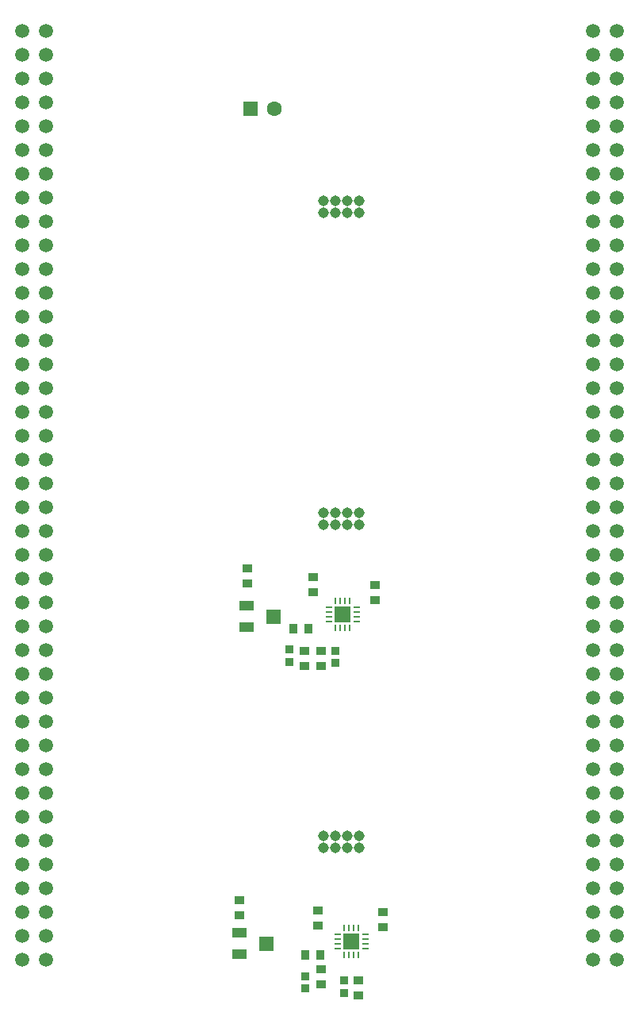
<source format=gbr>
%TF.GenerationSoftware,Altium Limited,Altium Designer,19.1.6 (110)*%
G04 Layer_Color=255*
%FSLAX26Y26*%
%MOIN*%
%TF.FileFunction,Pads,Top*%
%TF.Part,Single*%
G01*
G75*
%TA.AperFunction,SMDPad,CuDef*%
%ADD10R,0.039370X0.035433*%
%ADD11R,0.035433X0.033465*%
%ADD12R,0.035433X0.039370*%
%ADD13R,0.062992X0.062992*%
%ADD14R,0.062992X0.043307*%
%ADD15O,0.029528X0.009842*%
%ADD16O,0.009842X0.029528*%
%ADD17R,0.070866X0.070866*%
%TA.AperFunction,ComponentPad*%
%ADD22C,0.059055*%
%ADD23C,0.045000*%
%ADD24C,0.062992*%
%ADD25R,0.062992X0.062992*%
D10*
X-118000Y-309496D02*
D03*
Y-246504D02*
D03*
X-84000Y-554008D02*
D03*
Y-617000D02*
D03*
X-428000Y-1600504D02*
D03*
Y-1663496D02*
D03*
X73000Y-2001496D02*
D03*
Y-1938504D02*
D03*
X-99000Y-1708496D02*
D03*
Y-1645504D02*
D03*
X-86000Y-1892504D02*
D03*
Y-1955496D02*
D03*
X176000Y-1715496D02*
D03*
Y-1652504D02*
D03*
X-395496Y-272000D02*
D03*
Y-209008D02*
D03*
X-154000Y-617000D02*
D03*
Y-554008D02*
D03*
X141000Y-279008D02*
D03*
Y-342000D02*
D03*
D11*
X-24000Y-606095D02*
D03*
Y-554913D02*
D03*
X-152000Y-1971591D02*
D03*
Y-1920409D02*
D03*
X12000Y-1939409D02*
D03*
Y-1990591D02*
D03*
X-219000Y-549913D02*
D03*
Y-601094D02*
D03*
D12*
X-88504Y-1830000D02*
D03*
X-151496D02*
D03*
X-200496Y-460504D02*
D03*
X-137504D02*
D03*
D13*
X-313913Y-1784000D02*
D03*
X-283409Y-410504D02*
D03*
D14*
X-428087Y-1829276D02*
D03*
Y-1738724D02*
D03*
X-397583Y-365228D02*
D03*
Y-455779D02*
D03*
D15*
X101071Y-1804528D02*
D03*
Y-1784843D02*
D03*
Y-1765158D02*
D03*
Y-1745473D02*
D03*
X-15071D02*
D03*
Y-1765158D02*
D03*
Y-1784843D02*
D03*
Y-1804528D02*
D03*
X-51913Y-431370D02*
D03*
Y-411685D02*
D03*
Y-392000D02*
D03*
Y-372315D02*
D03*
X64228D02*
D03*
Y-392000D02*
D03*
Y-411685D02*
D03*
Y-431370D02*
D03*
D16*
X72528Y-1716929D02*
D03*
X52843D02*
D03*
X33157D02*
D03*
X13473D02*
D03*
Y-1833071D02*
D03*
X33157D02*
D03*
X52843D02*
D03*
X72528D02*
D03*
X35685Y-459913D02*
D03*
X16000D02*
D03*
X-3685D02*
D03*
X-23370D02*
D03*
Y-343772D02*
D03*
X-3685D02*
D03*
X16000D02*
D03*
X35685D02*
D03*
D17*
X43000Y-1775000D02*
D03*
X6157Y-401842D02*
D03*
D22*
X-1341205Y2047956D02*
D03*
Y1947956D02*
D03*
Y1847956D02*
D03*
Y1747956D02*
D03*
Y1647956D02*
D03*
Y1547956D02*
D03*
Y1447956D02*
D03*
Y1347956D02*
D03*
Y1247956D02*
D03*
Y1147956D02*
D03*
Y1047956D02*
D03*
Y947956D02*
D03*
Y847956D02*
D03*
Y747956D02*
D03*
Y647956D02*
D03*
Y547956D02*
D03*
Y447955D02*
D03*
Y347955D02*
D03*
Y247956D02*
D03*
Y147956D02*
D03*
Y47956D02*
D03*
Y-52044D02*
D03*
Y-152044D02*
D03*
Y-252044D02*
D03*
Y-352045D02*
D03*
Y-452045D02*
D03*
Y-552044D02*
D03*
Y-652044D02*
D03*
Y-752044D02*
D03*
Y-852044D02*
D03*
Y-952044D02*
D03*
Y-1052044D02*
D03*
Y-1152044D02*
D03*
Y-1252044D02*
D03*
Y-1352044D02*
D03*
Y-1452044D02*
D03*
Y-1552044D02*
D03*
Y-1652044D02*
D03*
Y-1752044D02*
D03*
Y-1852044D02*
D03*
X-1241205Y2047956D02*
D03*
Y1947956D02*
D03*
Y1847956D02*
D03*
Y1747956D02*
D03*
Y1647956D02*
D03*
Y1547956D02*
D03*
Y1447956D02*
D03*
Y1347956D02*
D03*
Y1247956D02*
D03*
Y1147956D02*
D03*
Y1047956D02*
D03*
Y947956D02*
D03*
Y847956D02*
D03*
Y747956D02*
D03*
Y647956D02*
D03*
Y547956D02*
D03*
Y447955D02*
D03*
Y347955D02*
D03*
Y247956D02*
D03*
Y147956D02*
D03*
Y47956D02*
D03*
Y-52044D02*
D03*
Y-152044D02*
D03*
Y-252044D02*
D03*
Y-352045D02*
D03*
Y-452045D02*
D03*
Y-552044D02*
D03*
Y-652044D02*
D03*
Y-752044D02*
D03*
Y-852044D02*
D03*
Y-952044D02*
D03*
Y-1052044D02*
D03*
Y-1152044D02*
D03*
Y-1252044D02*
D03*
Y-1352044D02*
D03*
Y-1452044D02*
D03*
Y-1552044D02*
D03*
Y-1652044D02*
D03*
Y-1752044D02*
D03*
Y-1852044D02*
D03*
X1158795Y-1853029D02*
D03*
Y-1753029D02*
D03*
Y-1653029D02*
D03*
Y-1553029D02*
D03*
Y-1453029D02*
D03*
Y-1353029D02*
D03*
Y-1253029D02*
D03*
Y-1153029D02*
D03*
Y-1053029D02*
D03*
Y-953029D02*
D03*
Y-853029D02*
D03*
Y-753029D02*
D03*
Y-653029D02*
D03*
Y-553029D02*
D03*
Y-453029D02*
D03*
Y-353029D02*
D03*
Y-253029D02*
D03*
Y-153029D02*
D03*
Y-53029D02*
D03*
Y46971D02*
D03*
Y146971D02*
D03*
Y246971D02*
D03*
Y346971D02*
D03*
Y446971D02*
D03*
Y546971D02*
D03*
Y646971D02*
D03*
Y746971D02*
D03*
Y846971D02*
D03*
Y946971D02*
D03*
Y1046971D02*
D03*
Y1146971D02*
D03*
Y1246971D02*
D03*
Y1346971D02*
D03*
Y1446971D02*
D03*
Y1546971D02*
D03*
Y1646971D02*
D03*
Y1746971D02*
D03*
Y1846971D02*
D03*
Y1946971D02*
D03*
Y2046971D02*
D03*
X1058795Y-1853029D02*
D03*
Y-1753029D02*
D03*
Y-1653029D02*
D03*
Y-1553029D02*
D03*
Y-1453029D02*
D03*
Y-1353029D02*
D03*
Y-1253029D02*
D03*
Y-1153029D02*
D03*
Y-1053029D02*
D03*
Y-953029D02*
D03*
Y-853029D02*
D03*
Y-753029D02*
D03*
Y-653029D02*
D03*
Y-553029D02*
D03*
Y-453029D02*
D03*
Y-353029D02*
D03*
Y-253029D02*
D03*
Y-153029D02*
D03*
Y-53029D02*
D03*
Y46971D02*
D03*
Y146971D02*
D03*
Y246971D02*
D03*
Y346971D02*
D03*
Y446971D02*
D03*
Y546971D02*
D03*
Y646971D02*
D03*
Y746971D02*
D03*
Y846971D02*
D03*
Y946971D02*
D03*
Y1046971D02*
D03*
Y1146971D02*
D03*
Y1246971D02*
D03*
Y1346971D02*
D03*
Y1446971D02*
D03*
Y1546971D02*
D03*
Y1646971D02*
D03*
Y1746971D02*
D03*
Y1846971D02*
D03*
Y1946971D02*
D03*
Y2046971D02*
D03*
D23*
X-75000Y1285520D02*
D03*
Y1335520D02*
D03*
X-25000Y1285520D02*
D03*
Y1335520D02*
D03*
X25000Y1285520D02*
D03*
Y1335520D02*
D03*
X75000Y1285520D02*
D03*
Y1335520D02*
D03*
X76000Y25520D02*
D03*
Y-24480D02*
D03*
X26000Y25520D02*
D03*
Y-24480D02*
D03*
X-24000Y25520D02*
D03*
Y-24480D02*
D03*
X-74000Y25520D02*
D03*
Y-24480D02*
D03*
X-75000Y-1382480D02*
D03*
Y-1332480D02*
D03*
X-25000Y-1382480D02*
D03*
Y-1332480D02*
D03*
X25000Y-1382480D02*
D03*
Y-1332480D02*
D03*
X75000Y-1382480D02*
D03*
Y-1332480D02*
D03*
D24*
X-283000Y1722000D02*
D03*
D25*
X-383000D02*
D03*
%TF.MD5,956740fc063baea5e117ebffd490d60c*%
M02*

</source>
